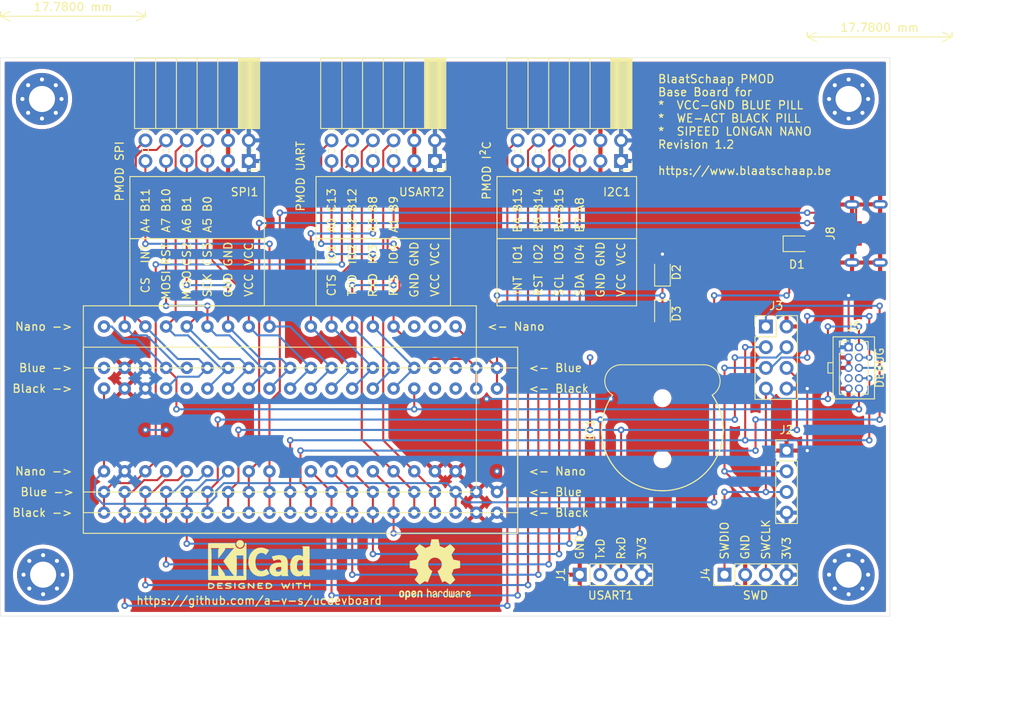
<source format=kicad_pcb>
(kicad_pcb (version 20211014) (generator pcbnew)
  (layers (0 "F.Cu" signal) (31 "B.Cu" signal) (34 "B.Paste" user "B.Plakken") (35 "F.Paste" user "F.Plakken") (36 "B.SilkS" user "B.Silkscreen") (37 "F.SilkS" user "F.Silkscreen") (38 "B.Mask" user) (39 "F.Mask" user "F. masker") (44 "Edge.Cuts" user))
  (net 0 "")
  (net 1 "B12")
  (net 2 "B13")
  (net 3 "B14")
  (net 4 "B15")
  (net 5 "A8")
  (net 6 "A9")
  (net 7 "A10")
  (net 8 "A11")
  (net 9 "A12")
  (net 10 "A15")
  (net 11 "B3")
  (net 12 "B4")
  (net 13 "B5")
  (net 14 "B6")
  (net 15 "B7")
  (net 16 "B8")
  (net 17 "B9")
  (net 18 "5V")
  (net 19 "GND")
  (net 20 "3V3")
  (net 21 "VB")
  (net 22 "C13")
  (net 23 "A0")
  (net 24 "A1")
  (net 25 "A2")
  (net 26 "A3")
  (net 27 "A4")
  (net 28 "A5")
  (net 29 "A6")
  (net 30 "A7")
  (net 31 "B0")
  (net 32 "B1")
  (net 33 "B10")
  (net 34 "B11")
  (net 35 "~{RST}")
  (net 36 "B2")
  (net 37 "JTMS")
  (net 38 "JTCK")
  (net 39 "VBUS")
  (net 40 "Net-(J8-Pad4)")
  (net 41 "Net-(U1-Pad1)")
  (net 42 "Net-(U1-Pad17)")
  (net 43 "Net-(U1-Pad18)")
  (net 44 "Net-(U2-Pad17)")
  (net 45 "Net-(U2-Pad18)")
  (net 46 "Net-(U3-Pad15)")
  (net 47 "Net-(U3-Pad16)")
  (net 48 "Net-(BT1-Pad1)")
  (net 49 "Net-(J5-Pad7)")
  (footprint "AvS_CoreBoards:BluePill_Combine" (layer "F.Cu") (at 91.44 63.5)
    (fp_text reference "U1" hide)
    (fp_text value "BluePill")
  )
  (footprint "AvS_CoreBoards:BlackPill_Combine" (layer "F.Cu") (at 91.44 66.04)
    (fp_text reference "U2" hide)
    (fp_text value "BlackPill")
  )
  (footprint "Connector_PinHeader_2.54mm:PinHeader_1x04_P2.54mm_Vertical" (layer "F.Cu") (at 149.86 66.04)
    (fp_text reference "J2")
    (fp_text value "Conn_01x04")
  )
  (footprint "Connector_PinHeader_2.54mm:PinHeader_2x04_P2.54mm_Vertical" (layer "F.Cu") (at 147.32 50.8)
    (fp_text reference "J3")
    (fp_text value "Conn_02x04_Odd_Even")
  )
  (footprint "Connector_PinSocket_2.54mm:PinSocket_2x06_P2.54mm_Horizontal" (layer "F.Cu") (at 83.82 30.48 -90)
    (fp_text reference "PMOD2" hide)
    (fp_text value "Conn_02x06_Odd_Even")
  )
  (footprint "Connector_PinSocket_2.54mm:PinSocket_2x06_P2.54mm_Horizontal" (layer "F.Cu") (at 106.68 30.48 -90)
    (fp_text reference "PMOD3" hide)
    (fp_text value "Conn_02x06_Odd_Even")
  )
  (footprint "Connector_PinSocket_2.54mm:PinSocket_2x06_P2.54mm_Horizontal" (layer "F.Cu") (at 129.54 30.48 -90)
    (fp_text reference "PMOD4" hide)
    (fp_text value "Conn_02x06_Odd_Even")
  )
  (footprint "AvS_Battery:QJ1220-2SMT" (layer "F.Cu") (at 134.62 63.5 90)
    (fp_text reference "BT1")
    (fp_text value "Battery_Cell")
  )
  (footprint "Diode_SMD:D_0805_2012Metric" (layer "F.Cu") (at 134.62 44.1475 90)
    (fp_text reference "D2")
    (fp_text value "D_Schottky")
  )
  (footprint "Diode_SMD:D_0805_2012Metric" (layer "F.Cu") (at 134.62 49.2275 -90)
    (fp_text reference "D3")
    (fp_text value "D_Schottky")
  )
  (footprint "Diode_SMD:D_0805_2012Metric" (layer "F.Cu") (at 151.13 40.64)
    (fp_text reference "D1")
    (fp_text value "D_Schottky")
  )
  (footprint "MountingHole:MountingHole_3.2mm_M3_Pad_Via" (layer "F.Cu") (at 58.42 22.86)
    (fp_text reference "H1" hide)
    (fp_text value "MountingHole")
  )
  (footprint "MountingHole:MountingHole_3.2mm_M3_Pad_Via" (layer "F.Cu") (at 157.48 22.86)
    (fp_text reference "H2" hide)
    (fp_text value "MountingHole")
  )
  (footprint "MountingHole:MountingHole_3.2mm_M3_Pad_Via" (layer "F.Cu") (at 58.56 81.28)
    (fp_text reference "H3" hide)
    (fp_text value "MountingHole")
  )
  (footprint "AvS_Connector:USB_Micro-B_XKB_U254-05XX-4BH806" (layer "F.Cu") (at 158.75 39.37 90)
    (fp_text reference "J8")
    (fp_text value "USB_B_Micro")
  )
  (footprint "Connector_PinHeader_1.27mm:PinHeader_2x05_P1.27mm_Vertical" (layer "F.Cu") (at 157.48 53.34)
    (fp_text reference "J5")
    (fp_text value "Conn_02x05_Odd_Even")
  )
  (footprint "AvS_CoreBoards:LonganNano_Combine" (layer "F.Cu") (at 91.44 58.42)
    (fp_text reference "U3" hide)
    (fp_text value "LonganNano")
  )
  (footprint "MountingHole:MountingHole_3.2mm_M3_Pad_Via" (layer "F.Cu") (at 157.48 81.28)
    (fp_text reference "H4" hide)
    (fp_text value "MountingHole")
  )
  (footprint "Symbol:KiCad-Logo2_5mm_SilkScreen" (layer "F.Cu") (at 85.09 80.01)
    (fp_text reference "REF**" hide)
    (fp_text value "KiCad-Logo2_5mm_SilkScreen" hide)
  )
  (footprint "Symbol:OSHW-Logo2_9.8x8mm_SilkScreen" (layer "F.Cu") (at 106.68 80.645)
    (fp_text reference "REF**" hide)
    (fp_text value "OSHW-Logo2_9.8x8mm_SilkScreen" hide)
  )
  (footprint "Connector_PinHeader_2.54mm:PinHeader_1x04_P2.54mm_Vertical" (layer "F.Cu") (at 124.46 81.28 90)
    (fp_text reference "J1")
    (fp_text value "Conn_01x04")
  )
  (footprint "Connector_PinHeader_2.54mm:PinHeader_1x04_P2.54mm_Vertical" (layer "F.Cu") (at 142.24 81.28 90)
    (fp_text reference "J4")
    (fp_text value "Conn_01x04")
  )
  (gr_line (start 155.575 59.69) (end 155.575 52.07) (layer "F.SilkS") (width 0.12))
  (gr_line (start 160.655 59.69) (end 155.575 59.69) (layer "F.SilkS") (width 0.12))
  (gr_rect (start 69.215 40.005) (end 85.725 48.26) (layer "F.SilkS") (width 0.12) (fill none))
  (gr_line (start 155.575 55.245) (end 154.94 55.245) (layer "F.SilkS") (width 0.12))
  (gr_rect (start 92.075 40.005) (end 108.585 48.26) (layer "F.SilkS") (width 0.12) (fill none))
  (gr_rect (start 92.075 32.385) (end 108.585 40.005) (layer "F.SilkS") (width 0.12) (fill none))
  (gr_line (start 154.94 55.245) (end 154.94 56.515) (layer "F.SilkS") (width 0.12))
  (gr_rect (start 69.215 32.385) (end 85.725 40.005) (layer "F.SilkS") (width 0.12) (fill none))
  (gr_line (start 155.575 52.07) (end 160.655 52.07) (layer "F.SilkS") (width 0.12))
  (gr_rect (start 114.3 40.005) (end 131.445 48.26) (layer "F.SilkS") (width 0.12) (fill none))
  (gr_line (start 160.655 52.07) (end 160.655 59.69) (layer "F.SilkS") (width 0.12))
  (gr_line (start 154.94 56.515) (end 155.575 56.515) (layer "F.SilkS") (width 0.12))
  (gr_rect (start 114.3 32.385) (end 131.445 40.005) (layer "F.SilkS") (width 0.12) (fill none))
  (gr_line (start 53.34 17.78) (end 162.56 17.78) (layer "Edge.Cuts") (width 0.05))
  (gr_line (start 162.56 17.78) (end 162.56 86.36) (layer "Edge.Cuts") (width 0.05))
  (gr_line (start 53.34 86.36) (end 53.34 17.78) (layer "Edge.Cuts") (width 0.05))
  (gr_line (start 162.56 86.36) (end 53.34 86.36) (layer "Edge.Cuts") (width 0.05))
  (gr_text "A7" (at 73.66 39.37 90) (layer "F.SilkS") (effects (font (size 1 1)) (justify left)))
  (gr_text "A6" (at 76.2 39.37 90) (layer "F.SilkS") (effects (font (size 1 1)) (justify left)))
  (gr_text "A5" (at 78.74 39.37 90) (layer "F.SilkS") (effects (font (size 1 1)) (justify left)))
  (gr_text "B1" (at 76.2 36.83 90) (layer "F.SilkS") (effects (font (size 1 1)) (justify left)))
  (gr_text "B0" (at 78.74 36.83 90) (layer "F.SilkS") (effects (font (size 1 1)) (justify left)))
  (gr_text "C13" (at 93.98 36.83 90) (layer "F.SilkS") (effects (font (size 1 1)) (justify left)))
  (gr_text "A0" (at 93.98 39.37 90) (layer "F.SilkS") (effects (font (size 1 1)) (justify left)))
  (gr_text "A2" (at 96.52 39.37 90) (layer "F.SilkS") (effects (font (size 1 1)) (justify left)))
  (gr_text "B12" (at 96.52 36.83 90) (layer "F.SilkS") (effects (font (size 1 1)) (justify left)))
  (gr_text "B8" (at 99.06 36.83 90) (layer "F.SilkS") (effects (font (size 1 1)) (justify left)))
  (gr_text "A3" (at 99.06 39.37 90) (layer "F.SilkS") (effects (font (size 1 1)) (justify left)))
  (gr_text "A1" (at 101.6 39.37 90) (layer "F.SilkS") (effects (font (size 1 1)) (justify left)))
  (gr_text "B9" (at 101.6 36.83 90) (layer "F.SilkS") (effects (font (size 1 1)) (justify left)))
  (gr_text "B7" (at 124.46 39.37 90) (layer "F.SilkS") (effects (font (size 1 1)) (justify left)))
  (gr_text "B6" (at 121.92 39.37 90) (layer "F.SilkS") (effects (font (size 1 1)) (justify left)))
  (gr_text "B14" (at 119.38 36.83 90) (layer "F.SilkS") (effects (font (size 1 1)) (justify left)))
  (gr_text "A8" (at 124.46 36.83 90) (layer "F.SilkS") (effects (font (size 1 1)) (justify left)))
  (gr_text "B5" (at 119.38 39.37 90) (layer "F.SilkS") (effects (font (size 1 1)) (justify left)))
  (gr_text "B15" (at 121.92 36.83 90) (layer "F.SilkS") (effects (font (size 1 1)) (justify left)))
  (gr_text "B4" (at 116.84 39.37 90) (layer "F.SilkS") (effects (font (size 1 1)) (justify left)))
  (gr_text "B13" (at 116.84 36.83 90) (layer "F.SilkS") (effects (font (size 1 1)) (justify left)))
  (gr_text "PMOD UART" (at 90.17 27.94 90) (layer "F.SilkS") (effects (font (size 1 1)) (justify right)))
  (gr_text "PMOD I²C" (at 113.03 27.94 90) (layer "F.SilkS") (effects (font (size 1 1)) (justify right)))
  (gr_text "INT" (at 71.12 41.91 90) (layer "F.SilkS") (effects (font (size 1 1))))
  (gr_text "IO3" (at 121.92 41.91 90) (layer "F.SilkS") (effects (font (size 1 1))))
  (gr_text "3V3" (at 132.08 79.502 90) (layer "F.SilkS") (effects (font (size 1 1)) (justify left)))
  (gr_text "USART2" (at 107.95 34.29) (layer "F.SilkS") (effects (font (size 1 1)) (justify right)))
  (gr_text "CS" (at 71.12 45.72 90) (layer "F.SilkS") (effects (font (size 1 1))))
  (gr_text "VCC" (at 106.68 45.72 90) (layer "F.SilkS") (effects (font (size 1 1))))
  (gr_text "RST" (at 73.66 41.91 90) (layer "F.SilkS") (effects (font (size 1 1))))
  (gr_text "IO1" (at 116.84 41.91 90) (layer "F.SilkS") (effects (font (size 1 1))))
  (gr_text "<- Blue" (at 118.11 71.12) (layer "F.SilkS") (effects (font (size 1 1)) (justify left)))
  (gr_text "GND" (at 127 41.91 90) (layer "F.SilkS") (effects (font (size 1 1))))
  (gr_text "Nano ->" (at 62.23 50.8) (layer "F.SilkS") (effects (font (size 1 1)) (justify right)))
  (gr_text "CS3" (at 78.74 41.91 90) (layer "F.SilkS") (effects (font (size 1 1))))
  (gr_text "IO2" (at 96.52 41.91 90) (layer "F.SilkS") (effects (font (size 1 1))))
  (gr_text "IO2" (at 119.38 41.91 90) (layer "F.SilkS") (effects (font (size 1 1))))
  (gr_text "INT" (at 116.84 45.72 90) (layer "F.SilkS") (effects (font (size 1 1))))
  (gr_text "<- Nano" (at 118.11 68.58) (layer "F.SilkS") (effects (font (size 1 1)) (justify left)))
  (gr_text "TXD" (at 96.52 45.72 90) (layer "F.SilkS") (effects (font (size 1 1))))
  (gr_text "DEBUG" (at 161.29 55.88 90) (layer "F.SilkS") (effects (font (size 1 1))))
  (gr_text "<- Black" (at 118.11 58.42) (layer "F.SilkS") (effects (font (size 1 1)) (justify left)))
  (gr_text "IO3" (at 99.06 41.91 90) (layer "F.SilkS") (effects (font (size 1 1))))
  (gr_text "<- Blue " (at 118.11 55.88) (layer "F.SilkS") (effects (font (size 1 1)) (justify left)))
  (gr_text "GND" (at 81.28 45.72 90) (layer "F.SilkS") (effects (font (size 1 1))))
  (gr_text "BlaatSchaap PMOD\nBase Board for\n*  VCC-GND BLUE PILL\n*  WE-ACT BLACK PILL\n*  SIPEED LONGAN NANO\nRevision 1.2\n\nhttps://www.blaatschaap.be" (at 133.985 26.035) (layer "F.SilkS") (effects (font (size 1 1)) (justify left)))
  (gr_text "SPI1" (at 85.09 34.29) (layer "F.SilkS") (effects (font (size 1 1)) (justify right)))
  (gr_text "IO4" (at 101.6 41.91 90) (layer "F.SilkS") (effects (font (size 1 1))))
  (gr_text "Black ->" (at 62.23 73.66) (layer "F.SilkS") (effects (font (size 1 1)) (justify right)))
  (gr_text "GND" (at 104.14 41.91 90) (layer "F.SilkS") (effects (font (size 1 1))))
  (gr_text "SCL" (at 121.92 45.72 90) (layer "F.SilkS") (effects (font (size 1 1))))
  (gr_text "VCC" (at 83.82 41.91 90) (layer "F.SilkS") (effects (font (size 1 1))))
  (gr_text "VCC" (at 129.54 45.72 90) (layer "F.SilkS") (effects (font (size 1 1))))
  (gr_text "<- Black" (at 118.11 73.66) (layer "F.SilkS") (effects (font (size 1 1)) (justify left)))
  (gr_text "SWDIO" (at 142.24 79.502 90) (layer "F.SilkS") (effects (font (size 1 1)) (justify left)))
  (gr_text "RXD" (at 99.06 45.72 90) (layer "F.SilkS") (effects (font (size 1 1))))
  (gr_text "I2C1" (at 130.81 34.29) (layer "F.SilkS") (effects (font (size 1 1)) (justify right)))
  (gr_text "https://github.com/a-v-s/ucdevboard" (at 85.09 84.455) (layer "F.SilkS") (effects (font (size 1 1))))
  (gr_text "3V3" (at 149.86 79.502 90) (layer "F.SilkS") (effects (font (size 1 1)) (justify left)))
  (gr_text "GND" (at 144.78 79.502 90) (layer "F.SilkS") (effects (font (size 1 1)) (justify left)))
  (gr_text "Black ->" (at 62.23 58.42) (layer "F.SilkS") (effects (font (size 1 1)) (justify right)))
  (gr_text "GND" (at 81.28 41.91 90) (layer "F.SilkS") (effects (font (size 1 1))))
  (gr_text "IO1" (at 93.98 41.91 90) (layer "F.SilkS") (effects (font (size 1 1))))
  (gr_text "B11" (at 71.12 36.83 90) (layer "F.SilkS") (effects (font (size 1 1)) (justify left)))
  (gr_text "GND" (at 104.14 45.72 90) (layer "F.SilkS") (effects (font (size 1 1))))
  (gr_text "MISO" (at 76.2 45.72 90) (layer "F.SilkS") (effects (font (size 1 1))))
  (gr_text "Blue ->" (at 59.055 71.12) (layer "F.SilkS") (effects (font (size 1 1))))
  (gr_text "Blue ->" (at 62.23 55.88) (layer "F.SilkS") (effects (font (size 1 1)) (justify right)))
  (gr_text "RxD" (at 129.54 79.502 90) (layer "F.SilkS") (effects (font (size 1 1)) (justify left)))
  (gr_text "<- Nano" (at 113.03 50.8) (layer "F.SilkS") (effects (font (size 1 1)) (justify left)))
  (gr_text "SWD" (at 146.05 83.82) (layer "F.SilkS") (effects (font (size 1 1))))
  (gr_text "VCC" (at 129.54 41.91 90) (layer "F.SilkS") (effects (font (size 1 1))))
  (gr_text "USART1" (at 128.27 83.82) (layer "F.SilkS") (effects (font (size 1 1))))
  (gr_text "A4" (at 71.12 39.37 90) (layer "F.SilkS") (effects (font (size 1 1)) (justify left)))
  (gr_text "RST" (at 119.38 45.72 90) (layer "F.SilkS") (effects (font (size 1 1))))
  (gr_text "SCK" (at 78.74 45.72 90) (layer "F.SilkS") (effects (font (size 1 1))))
  (gr_text "CS2" (at 76.2 41.91 90) (layer "F.SilkS") (effects (font (size 1 1))))
  (gr_text "VCC" (at 106.68 41.91 90) (layer "F.SilkS") (effects (font (size 1 1))))
  (gr_text "GND" (at 127 45.72 90) (layer "F.SilkS") (effects (font (size 1 1))))
  (gr_text "VCC" (at 83.82 45.72 90) (layer "F.SilkS") (effects (font (size 1 1))))
  (gr_text "B10" (at 73.66 36.83 90) (layer "F.SilkS") (effects (font (size 1 1)) (justify left)))
  (gr_text "PMOD SPI" (at 67.945 27.94 90) (layer "F.SilkS") (effects (font (size 1 1)) (justify right)))
  (gr_text "Nano ->" (at 62.23 68.58) (layer "F.SilkS") (effects (font (size 1 1)) (justify right)))
  (gr_text "IO4" (at 124.46 41.91 90) (layer "F.SilkS") (effects (font (size 1 1))))
  (gr_text "TxD" (at 127 79.502 90) (layer "F.SilkS") (effects (font (size 1 1)) (justify left)))
  (gr_text "MOSI" (at 73.66 45.72 90) (layer "F.SilkS") (effects (font (size 1 1))))
  (gr_text "GND" (at 124.46 79.502 90) (layer "F.SilkS") (effects (font (size 1 1)) (justify left)))
  (gr_text "SWCLK\n" (at 147.32 79.502 90) (layer "F.SilkS") (effects (font (size 1 1)) (justify left)))
  (gr_text "CTS" (at 93.98 45.72 90) (layer "F.SilkS") (effects (font (size 1 1))))
  (gr_text "RTS" (at 101.6 45.72 90) (layer "F.SilkS") (effects (font (size 1 1))))
  (gr_text "SDA" (at 124.46 45.72 90) (layer "F.SilkS") (effects (font (size 1 1))))
  (dimension (type aligned) (layer "F.SilkS") (pts (xy 152.4 15.24) (xy 170.18 15.24)) (height 0) (gr_text "17.7800 mm" (at 161.29 14.09) (layer "F.SilkS") (effects (font (size 1 1) (thickness 0.15)))) (format (units 2) (units_format 1) (precision 4)) (style (thickness 0.12) (arrow_length 1.27) (text_position_mode 0) (extension_height 0.58642) (extension_offset 0) keep_text_aligned))
  (dimension (type aligned) (layer "F.SilkS") (pts (xy 53.34 12.7) (xy 71.12 12.7)) (height 0) (gr_text "17.7800 mm" (at 62.23 11.55) (layer "F.SilkS") (effects (font (size 1 1) (thickness 0.15)))) (format (units 2) (units_format 1) (precision 4)) (style (thickness 0.12) (arrow_length 1.27) (text_position_mode 0) (extension_height 0.58642) (extension_offset 0) keep_text_aligned))
  (segment (start 66.04 71.12) (end 67.127001 70.032999) (width 0.25) (layer "F.Cu") (net 1))
  (segment (start 66.04 73.66) (end 66.04 71.12) (width 0.25) (layer "F.Cu") (net 1))
  (segment (start 72.39 43.18) (end 72.39 67.31) (width 0.25) (layer "F.Cu") (net 1))
  (segment (start 96.52 27.94) (end 95.25 29.21) (width 0.25) (layer "F.Cu") (net 1))
  (segment (start 72.39 67.31) (end 71.12 68.58) (width 0.25) (layer "F.Cu") (net 1))
  (segment (start 95.25 29.21) (end 95.25 43.18) (width 0.25) (layer "F.Cu") (net 1))
  (segment (start 67.127001 70.032999) (end 69.667001 70.032999) (width 0.25) (layer "F.Cu") (net 1))
  (segment (start 69.667001 70.032999) (end 71.12 68.58) (width 0.25) (layer "F.Cu") (net 1))
  (via (at 72.39 43.18) (size 0.8) (drill 0.4) (layers "F.Cu" "B.Cu") (net 1))
  (via (at 95.25 43.18) (size 0.8) (drill 0.4) (layers "F.Cu" "B.Cu") (net 1))
  (segment (start 95.25 43.18) (end 72.39 43.18) (width 0.25) (layer "B.Cu") (net 1))
  (segment (start 68.58 73.66) (end 68.58 85.09) (width 0.25) (layer "F.Cu") (net 2))
  (segment (start 70.964237 69.667001) (end 72.572999 69.667001) (width 0.25) (layer "F.Cu") (net 2))
  (segment (start 69.511238 71.12) (end 70.964237 69.667001) (width 0.25) (layer "F.Cu") (net 2))
  (segment (start 68.58 73.66) (end 68.58 71.12) (width 0.25) (layer "F.Cu") (net 2))
  (segment (start 116.84 27.94) (end 115.57 29.21) (width 0.25) (layer "F.Cu") (net 2))
  (segment (start 68.58 71.12) (end 69.511238 71.12) (width 0.25) (layer "F.Cu") (net 2))
  (segment (start 115.57 29.21) (end 115.57 85.09) (width 0.25) (layer "F.Cu") (net 2))
  (segment (start 72.572999 69.667001) (end 73.66 68.58) (width 0.25) (layer "F.Cu") (net 2))
  (via (at 115.57 85.09) (size 0.8) (drill 0.4) (layers "F.Cu" "B.Cu") (net 2))
  (via (at 68.58 85.09) (size 0.8) (drill 0.4) (layers "F.Cu" "B.Cu") (net 2))
  (segment (start 68.58 85.09) (end 72.39 85.09) (width 0.25) (layer "B.Cu") (net 2))
  (segment (start 115.57 85.09) (end 72.39 85.09) (width 0.25) (layer "B.Cu") (net 2))
  (segment (start 71.12 73.66) (end 71.12 82.55) (width 0.25) (layer "F.Cu") (net 3))
  (segment (start 119.38 27.94) (end 118.11 29.21) (width 0.25) (layer "F.Cu") (net 3))
  (segment (start 72.051238 71.12) (end 73.504237 69.667001) (width 0.25) (layer "F.Cu") (net 3))
  (segment (start 73.504237 69.667001) (end 75.112999 69.667001) (width 0.25) (layer "F.Cu") (net 3))
  (segment (start 71.12 73.66) (end 71.12 71.12) (width 0.25) (layer "F.Cu") (net 3))
  (segment (start 71.12 71.12) (end 72.051238 71.12) (width 0.25) (layer "F.Cu") (net 3))
  (segment (start 75.112999 69.667001) (end 76.2 68.58) (width 0.25) (layer "F.Cu") (net 3))
  (segment (start 118.11 29.21) (end 118.11 82.55) (width 0.25) (layer "F.Cu") (net 3))
  (via (at 71.12 82.55) (size 0.8) (drill 0.4) (layers "F.Cu" "B.Cu") (net 3))
  (via (at 118.11 82.55) (size 0.8) (drill 0.4) (layers "F.Cu" "B.Cu") (net 3))
  (segment (start 118.11 82.55) (end 71.12 82.55) (width 0.25) (layer "B.Cu") (net 3))
  (segment (start 120.744999 29.115001) (end 120.744999 79.915001) (width 0.25) (layer "F.Cu") (net 4))
  (segment (start 73.66 73.66) (end 73.66 71.12) (width 0.25) (layer "F.Cu") (net 4))
  (segment (start 120.744999 79.915001) (end 120.65 80.01) (width 0.25) (layer "F.Cu") (net 4))
  (segment (start 121.92 27.94) (end 120.744999 29.115001) (width 0.25) (layer "F.Cu") (net 4))
  (segment (start 120.66501 29.19499) (end 121.92 27.94) (width 0.25) (layer "F.Cu") (net 4))
  (segment (start 73.66 80.01) (end 73.66 73.66) (width 0.25) (layer "F.Cu") (net 4))
  (via (at 73.66 80.01) (size 0.8) (drill 0.4) (layers "F.Cu" "B.Cu") (net 4))
  (via (at 120.65 80.01) (size 0.8) (drill 0.4) (layers "F.Cu" "B.Cu") (net 4))
  (segment (start 74.591238 71.12) (end 76.044237 69.667001) (width 0.25) (layer "B.Cu") (net 4))
  (segment (start 77.652999 69.667001) (end 78.74 68.58) (width 0.25) (layer "B.Cu") (net 4))
  (segment (start 74.591238 71.12) (end 73.66 71.12) (width 0.25) (layer "B.Cu") (net 4))
  (segment (start 76.044237 69.667001) (end 77.652999 69.667001) (width 0.25) (layer "B.Cu") (net 4))
  (segment (start 120.65 80.01) (end 73.66 80.01) (width 0.25) (layer "B.Cu") (net 4))
  (segment (start 76.2 73.66) (end 76.2 71.12) (width 0.25) (layer "F.Cu") (net 5))
  (segment (start 123.19 29.21) (end 123.19 77.47) (width 0.25) (layer "F.Cu") (net 5))
  (segment (start 124.46 27.94) (end 123.19 29.21) (width 0.25) (layer "F.Cu") (net 5))
  (segment (start 76.2 77.47) (end 76.2 73.66) (width 0.25) (layer "F.Cu") (net 5))
  (via (at 76.2 77.47) (size 0.8) (drill 0.4) (layers "F.Cu" "B.Cu") (net 5))
  (via (at 123.19 77.47) (size 0.8) (drill 0.4) (layers "F.Cu" "B.Cu") (net 5))
  (segment (start 78.584237 69.667001) (end 80.192999 69.667001) (width 0.25) (layer "B.Cu") (net 5))
  (segment (start 80.192999 69.667001) (end 81.28 68.58) (width 0.25) (layer "B.Cu") (net 5))
  (segment (start 77.131238 71.12) (end 78.584237 69.667001) (width 0.25) (layer "B.Cu") (net 5))
  (segment (start 123.19 77.47) (end 76.2 77.47) (width 0.25) (layer "B.Cu") (net 5))
  (segment (start 77.131238 71.12) (end 76.2 71.12) (width 0.25) (layer "B.Cu") (net 5))
  (segment (start 127 81.28) (end 127 62.23) (width 0.25) (layer "F.Cu") (net 6))
  (segment (start 80.01 69.85) (end 80.01 62.23) (width 0.25) (layer "F.Cu") (net 6))
  (segment (start 78.74 73.66) (end 78.74 71.12) (width 0.25) (layer "F.Cu") (net 6))
  (segment (start 143.51 57.15) (end 143.51 62.23) (width 0.25) (layer "F.Cu") (net 6))
  (segment (start 78.74 71.12) (end 80.01 69.85) (width 0.25) (layer "F.Cu") (net 6))
  (segment (start 143.51 54.61) (end 143.51 57.15) (width 0.25) (layer "F.Cu") (net 6))
  (via (at 127 62.23) (size 0.8) (drill 0.4) (layers "F.Cu" "B.Cu") (net 6))
  (via (at 80.01 62.23) (size 0.8) (drill 0.4) (layers "F.Cu" "B.Cu") (net 6))
  (via (at 143.51 54.61) (size 0.8) (drill 0.4) (layers "F.Cu" "B.Cu") (net 6))
  (via (at 143.51 62.23) (size 0.8) (drill 0.4) (layers "F.Cu" "B.Cu") (net 6))
  (segment (start 148.59 54.61) (end 143.51 54.61) (width 0.25) (layer "B.Cu") (net 6))
  (segment (start 125.533002 62.23) (end 82.55 62.23) (width 0.25) (layer "B.Cu") (net 6))
  (segment (start 149.86 53.34) (end 148.59 54.61) (width 0.25) (layer "B.Cu") (net 6))
  (segment (start 80.01 62.23) (end 82.55 62.23) (width 0.25) (layer "B.Cu") (net 6))
  (segment (start 127 62.23) (end 143.51 62.23) (width 0.25) (layer "B.Cu") (net 6))
  (segment (start 125.533002 62.23) (end 127 62.23) (width 0.25) (layer "B.Cu") (net 6))
  (segment (start 82.55 69.85) (end 82.55 63.5) (width 0.25) (layer "F.Cu") (net 7))
  (segment (start 81.28 71.12) (end 82.55 69.85) (width 0.25) (layer "F.Cu") (net 7))
  (segment (start 151.13 57.15) (end 151.13 63.5) (width 0.25) (layer "F.Cu") (net 7))
  (segment (start 125.73 54.61) (end 125.73 63.5) (width 0.25) (layer "F.Cu") (net 7))
  (segment (start 149.86 55.88) (end 151.13 57.15) (width 0.25) (layer "F.Cu") (net 7))
  (segment (start 129.54 81.28) (end 129.54 63.5) (width 0.25) (layer "F.Cu") (net 7))
  (segment (start 81.28 73.66) (end 81.28 71.12) (width 0.25) (layer "F.Cu") (net 7))
  (via (at 125.73 54.61) (size 0.8) (drill 0.4) (layers "F.Cu" "B.Cu") (net 7))
  (via (at 125.73 63.5) (size 0.8) (drill 0.4) (layers "F.Cu" "B.Cu") (net 7))
  (via (at 151.13 63.5) (size 0.8) (drill 0.4) (layers "F.Cu" "B.Cu") (net 7))
  (via (at 129.54 63.5) (size 0.8) (drill 0.4) (layers "F.Cu" "B.Cu") (net 7))
  (via (at 82.55 63.5) (size 0.8) (drill 0.4) (layers "F.Cu" "B.Cu") (net 7))
  (segment (start 125.73 63.5) (end 82.55 63.5) (width 0.25) (layer "B.Cu") (net 7))
  (segment (start 125.73 63.5) (end 125.73 63.5) (width 0.25) (layer "B.Cu") (net 7))
  (segment (start 129.54 63.5) (end 151.13 63.5) (width 0.25) (layer "B.Cu") (net 7))
  (segment (start 129.54 63.5) (end 125.73 63.5) (width 0.25) (layer "B.Cu") (net 7))
  (segment (start 85.09 67.31) (end 85.09 38.1) (width 0.25) (layer "F.Cu") (net 8))
  (segment (start 153.67 38.1) (end 155.59 40.02) (width 0.25) (layer "F.Cu") (net 8))
  (segment (start 152.4 38.1) (end 153.67 38.1) (width 0.25) (layer "F.Cu") (net 8))
  (segment (start 158.4 40.02) (end 155.59 40.02) (width 0.25) (layer "F.Cu") (net 8))
  (segment (start 83.82 73.66) (end 83.82 71.12) (width 0.25) (layer "F.Cu") (net 8))
  (segment (start 83.82 71.12) (end 83.82 68.58) (width 0.25) (layer "F.Cu") (net 8))
  (segment (start 83.82 68.58) (end 85.09 67.31) (width 0.25) (layer "F.Cu") (net 8))
  (via (at 152.4 38.1) (size 0.8) (drill 0.4) (layers "F.Cu" "B.Cu") (net 8))
  (via (at 85.09 38.1) (size 0.8) (drill 0.4) (layers "F.Cu" "B.Cu") (net 8))
  (segment (start 85.09 38.1) (end 152.4 38.1) (width 0.25) (layer "B.Cu") (net 8))
  (segment (start 86.36 73.66) (end 86.36 71.12) (width 0.25) (layer "F.Cu") (net 9))
  (segment (start 86.36 60.028762) (end 86.36 68.58) (width 0.25) (layer "F.Cu") (net 9))
  (segment (start 152.4 36.83) (end 153.67 36.83) (width 0.25) (layer "F.Cu") (net 9))
  (segment (start 158.4 39.37) (end 156.21 39.37) (width 0.25) (layer "F.Cu") (net 9))
  (segment (start 87.63 38.1) (end 87.63 58.758762) (width 0.25) (layer "F.Cu") (net 9))
  (segment (start 153.67 36.83) (end 156.21 39.37) (width 0.25) (layer "F.Cu") (net 9))
  (segment (start 87.63 38.1) (end 87.63 36.83) (width 0.25) (layer "F.Cu") (net 9))
  (segment (start 87.63 58.758762) (end 86.36 60.028762) (width 0.25) (layer "F.Cu") (net 9))
  (segment (start 86.36 71.12) (end 86.36 68.58) (width 0.25) (layer "F.Cu") (net 9))
  (via (at 87.63 36.83) (size 0.8) (drill 0.4) (layers "F.Cu" "B.Cu") (net 9))
  (via (at 152.4 36.83) (size 0.8) (drill 0.4) (layers "F.Cu" "B.Cu") (net 9))
  (segment (start 87.63 36.83) (end 152.4 36.83) (width 0.25) (layer "B.Cu") (net 9))
  (segment (start 160.02 57.15) (end 160.02 64.77) (width 0.25) (layer "F.Cu") (net 10))
  (segment (start 144.78 64.77) (end 144.78 53.34) (width 0.25) (layer "F.Cu") (net 10))
  (segment (start 88.9 73.66) (end 88.9 71.12) (width 0.25) (layer "F.Cu") (net 10))
  (segment (start 88.9 71.12) (end 88.9 64.77) (width 0.25) (layer "F.Cu") (net 10))
  (via (at 160.02 57.15) (size 0.8) (drill 0.4) (layers "F.Cu" "B.Cu") (net 10))
  (via (at 160.02 64.77) (size 0.8) (drill 0.4) (layers "F.Cu" "B.Cu") (net 10))
  (via (at 144.78 64.77) (size 0.8) (drill 0.4) (layers "F.Cu" "B.Cu") (net 10))
  (via (at 144.78 53.34) (size 0.8) (drill 0.4) (layers "F.Cu" "B.Cu") (net 10))
  (via (at 88.9 64.77) (size 0.8) (drill 0.4) (layers "F.Cu" "B.Cu") (net 10))
  (segment (start 158.75 57.15) (end 160.02 57.15) (width 0.25) (layer "B.Cu") (net 10))
  (segment (start 88.9 64.77) (end 144.78 64.77) (width 0.25) (layer "B.Cu") (net 10))
  (segment (start 144.78 53.34) (end 147.32 53.34) (width 0.25) (layer "B.Cu") (net 10))
  (segment (start 160.02 64.77) (end 144.78 64.77) (width 0.25) (layer "B.Cu") (net 10))
  (segment (start 161.29 48.26) (end 161.29 55.88) (width 0.25) (layer "F.Cu") (net 11))
  (segment (start 161.29 62.23) (end 161.29 55.88) (width 0.25) (layer "F.Cu") (net 11))
  (segment (start 90.17 69.85) (end 90.17 66.04) (width 0.25) (layer "F.Cu") (net 11))
  (segment (start 91.44 71.12) (end 90.17 69.85) (width 0.25) (layer "F.Cu") (net 11))
  (segment (start 146.05 66.04) (end 146.05 62.23) (width 0.25) (layer "F.Cu") (net 11))
  (segment (start 91.44 73.66) (end 91.44 71.12) (width 0.25) (layer "F.Cu") (net 11))
  (via (at 90.17 66.04) (size 0.8) (drill 0.4) (layers "F.Cu" "B.Cu") (net 11))
  (via (at 161.29 48.26) (size 0.8) (drill 0.4) (layers "F.Cu" "B.Cu") (net 11))
  (via (at 161.29 55.88) (size 0.8) (drill 0.4) (layers "F.Cu" "B.Cu") (net 11))
  (via (at 146.05 66.04) (size 0.8) (drill 0.4) (layers "F.Cu" "B.Cu") (net 11))
  (via (at 161.29 62.23) (size 0.8) (drill 0.4) (layers "F.Cu" "B.Cu") (net 11))
  (via (at 146.05 62.23) (size 0.8) (drill 0.4) (layers "F.Cu" "B.Cu") (net 11))
  (segment (start 147.32 49.53) (end 148.59 48.26) (width 0.25) (layer "B.Cu") (net 11))
  (segment (start 90.17 66.04) (end 91.44 66.04) (width 0.25) (layer "B.Cu") (net 11))
  (segment (start 146.05 62.23) (end 161.29 62.23) (width 0.25) (layer "B.Cu") (net 11))
  (segment (start 161.29 55.88) (end 158.75 55.88) (width 0.25) (layer "B.Cu") (net 11))
  (segment (start 148.59 48.26) (end 161.29 48.26) (width 0.25) (layer "B.Cu") (net 11))
  (segment (start 147.32 50.8) (end 147.32 49.53) (width 0.25) (layer "B.Cu") (net 11))
  (segment (start 91.44 66.04) (end 146.05 66.04) (width 0.25) (layer "B.Cu") (net 11))
  (segment (start 93.98 73.66) (end 93.98 71.12) (width 0.25) (layer "F.Cu") (net 12))
  (segment (start 93.98 83.82) (end 93.98 73.66) (width 0.25) (layer "F.Cu") (net 12))
  (segment (start 116.84 30.48) (end 116.84 83.82) (width 0.25) (layer "F.Cu") (net 12))
  (segment (start 93.98 71.12) (end 91.44 68.58) (width 0.25) (layer "F.Cu") (net 12))
  (via (at 93.98 83.82) (size 0.8) (drill 0.4) (layers "F.Cu" "B.Cu") (net 12))
  (via (at 116.84 83.82) (size 0.8) (drill 0.4) (layers "F.Cu" "B.Cu") (net 12))
  (segment (start 116.84 83.82) (end 93.98 83.82) (width 0.25) (layer "B.Cu") (net 12))
  (segment (start 96.52 71.12) (end 93.98 68.58) (width 0.25) (layer "F.Cu") (net 13))
  (segment (start 119.38 30.48) (end 119.38 81.28) (width 0.25) (layer "F.Cu") (net 13))
  (segment (start 96.52 81.28) (end 96.52 73.66) (width 0.25) (layer "F.Cu") (net 13))
  (segment (start 96.52 73.66) (end 96.52 71.12) (width 0.25) (layer "F.Cu") (net 13))
  (via (at 96.52 81.28) (size 0.8) (drill 0.4) (layers "F.Cu" "B.Cu") (net 13))
  (via (at 119.38 81.28) (size 0.8) (drill 0.4) (layers "F.Cu" "B.Cu") (net 13))
  (segment (start 119.38 81.28) (end 96.52 81.28) (width 0.25) (layer "B.Cu") (net 13))
  (segment (start 99.06 71.12) (end 96.52 68.58) (width 0.25) (layer "F.Cu") (net 14))
  (segment (start 99.06 73.66) (end 99.06 78.74) (width 0.25) (layer "F.Cu") (net 14))
  (segment (start 99.06 73.66) (end 99.06 71.12) (width 0.25) (layer "F.Cu") (net 14))
  (segment (start 121.92 30.48) (end 121.92 78.74) (width 0.25) (layer "F.Cu") (net 14))
  (via (at 99.06 78.74) (size 0.8) (drill 0.4) (layers "F.Cu" "B.Cu") (net 14))
  (via (at 121.92 78.74) (size 0.8) (drill 0.4) (layers "F.Cu" "B.Cu") (net 14))
  (segment (start 121.92 78.74) (end 99.06 78.74) (width 0.25) (layer "B.Cu") (net 14))
  (segment (start 101.6 71.12) (end 101.6 73.66) (width 0.25) (layer "F.Cu") (net 15))
  (segment (start 124.46 30.48) (end 124.46 76.2) (width 0.25) (layer "F.Cu") (net 15))
  (segment (start 101.6 73.66) (end 101.6 76.2) (width 0.25) (layer "F.Cu") (net 15))
  (segment (start 99.06 68.58) (end 101.6 71.12) (width 0.25) (layer "F.Cu") (net 15))
  (via (at 124.46 76.2) (size 0.8) (drill 0.4) (layers "F.Cu" "B.Cu") (net 15))
  (via (at 101.6 76.2) (size 0.8) (drill 0.4) (layers "F.Cu" "B.Cu") (net 15))
  (segment (start 124.46 76.2) (end 101.6 76.2) (width 0.25) (layer "B.Cu") (net 15))
  (segment (start 97.695001 62.324999) (end 97.695001 63.405001) (width 0.25) (layer "F.Cu") (net 16))
  (segment (start 101.6 68.58) (end 104.14 71.12) (width 0.25) (layer "F.Cu") (net 16))
  (segment (start 97.695001 64.675001) (end 101.6 68.58) (width 0.25) (layer "F.Cu") (net 16))
  (segment (start 97.695001 29.304999) (end 97.695001 62.324999) (width 0.25) (layer "F.Cu") (net 16))
  (segment (start 97.695001 62.324999) (end 97.695001 64.675001) (width 0.25) (layer "F.Cu") (net 16))
  (segment (start 104.14 71.12) (end 104.14 73.66) (width 0.25) (layer "F.Cu") (net 16))
  (segment (start 99.06 27.94) (end 97.695001 29.304999) (width 0.25) (layer "F.Cu") (net 16))
  (segment (start 106.68 71.12) (end 106.68 73.66) (width 0.25) (layer "F.Cu") (net 17))
  (segment (start 104.14 68.58) (end 100.33 64.77) (width 0.25) (layer "F.Cu") (net 17))
  (segment (start 104.14 68.58) (end 106.68 71.12) (width 0.25) (layer "F.Cu") (net 17))
  (segment (start 100.33 29.21) (end 100.33 49.53) (width 0.25) (layer "F.Cu") (net 17))
  (segment (start 101.6 27.94) (end 100.33 29.21) (width 0.25) (layer "F.Cu") (net 17))
  (segment (start 100.33 49.53) (end 100.33 64.77) (width 0.25) (layer "F.Cu") (net 17))
  (segment (start 150.1925 46.6575) (end 149.86 46.99) (width 0.25) (layer "F.Cu") (net 18))
  (segment (start 150.1925 40.64) (end 150.1925 46.6575) (width 0.25) (layer "F.Cu") (net 18))
  (segment (start 66.04 58.42) (end 66.04 68.58) (width 0.25) (layer "F.Cu") (net 18))
  (segment (start 109.22 71.12) (end 109.22 73.66) (width 0.25) (layer "F.Cu") (net 18))
  (segment (start 140.97 46.99) (end 140.97 72.39) (width 0.25) (layer "F.Cu") (net 18))
  (via (at 149.86 46.99) (size 0.8) (drill 0.4) (layers "F.Cu" "B.Cu") (net 18))
  (via (at 140.97 46.99) (size 0.8) (drill 0.4) (layers "F.Cu" "B.Cu") (net 18))
  (via (at 140.97 72.39) (size 0.8) (drill 0.4) (layers "F.Cu" "B.Cu") (net 18))
  (segment (start 79.827001 70.964237) (end 80.758239 70.032999) (width 0.25) (layer "B.Cu") (net 18))
  (segment (start 80.758239 70.032999) (end 108.132999 70.032999) (width 0.25) (layer "B.Cu") (net 18))
  (segment (start 64.952999 71.641761) (end 65.884237 72.572999) (width 0.25) (layer "B.Cu") (net 18))
  (segment (start 65.884237 72.572999) (end 78.895763 72.572999) (width 0.25) (layer "B.Cu") (net 18))
  (segment (start 108.132999 70.032999) (end 109.22 71.12) (width 0.25) (layer "B.Cu") (net 18))
  (segment (start 140.97 72.39) (end 110.49 72.39) (width 0.25) (layer "B.Cu") (net 18))
  (segment (start 149.86 46.99) (end 140.97 46.99) (width 0.25) (layer "B.Cu") (net 18))
  (segment (start 79.827001 71.641761) (end 79.827001 70.964237) (width 0.25) (layer "B.Cu") (net 18))
  (segment (start 66.04 68.58) (end 64.952999 69.667001) (width 0.25) (layer "B.Cu") (net 18))
  (segment (start 78.895763 72.572999) (end 79.827001 71.641761) (width 0.25) (layer "B.Cu") (net 18))
  (segment (start 64.952999 69.667001) (end 64.952999 71.641761) (width 0.25) (layer "B.Cu") (net 18))
  (segment (start 110.49 72.39) (end 109.22 71.12) (width 0.25) (layer "B.Cu") (net 18))
  (segment (start 158.4 38.07) (end 158.4 36.32) (width 0.25) (layer "F.Cu") (net 19))
  (segment (start 158.4 36.32) (end 157.9 35.82) (width 0.25) (layer "F.Cu") (net 19))
  (via (at 114.3 68.58) (size 0.8) (drill 0.4) (layers "F.Cu" "B.Cu") (net 19))
  (via (at 73.66 63.5) (size 0.8) (drill 0.4) (layers "F.Cu" "B.Cu") (net 19))
  (via (at 71.12 63.5) (size 0.8) (drill 0.4) (layers "F.Cu" "B.Cu") (net 19))
  (via (at 128.27 59.69) (size 0.8) (drill 0.4) (layers "F.Cu" "B.Cu") (net 19))
  (via (at 113.03 59.69) (size 0.8) (drill 0.4) (layers "F.Cu" "B.Cu") (net 19))
  (segment (start 73.66 63.5) (end 71.12 63.5) (width 0.25) (layer "B.Cu") (net 19))
  (segment (start 128.27 59.69) (end 113.03 59.69) (width 0.25) (layer "B.Cu") (net 19))
  (segment (start 134.62 43.21) (end 134.62 41.91) (width 0.25) (layer "F.Cu") (net 20))
  (segment (start 157.48 53.34) (end 157.48 46.99) (width 0.25) (layer "F.Cu") (net 20))
  (segment (start 152.4 58.42) (end 152.4 66.04) (width 0.25) (layer "F.Cu") (net 20))
  (via (at 152.4 66.04) (size 0.8) (drill 0.4) (layers "F.Cu" "B.Cu") (net 20))
  (via (at 157.48 46.99) (size 0.8) (drill 0.4) (layers "F.Cu" "B.Cu") (net 20))
  (via (at 152.4 58.42) (size 0.8) (drill 0.4) (layers "F.Cu" "B.Cu") (net 20))
  (via (at 134.62 41.91) (size 0.8) (drill 0.4) (layers "F.Cu" "B.Cu") (net 20))
  (segment (start 134.62 48.29) (end 134.62 46.99) (width 0.25) (layer "F.Cu") (net 21))
  (segment (start 114.3 58.42) (end 114.3 55.88) (width 0.25) (layer "F.Cu") (net 21))
  (segment (start 114.3 46.99) (end 114.3 55.88) (width 0.25) (layer "F.Cu") (net 21))
  (segment (start 114.3 55.88) (end 109.22 50.8) (width 0.25) (layer "F.Cu") (net 21))
  (segment (start 134.62 46.99) (end 134.62 45.085) (width 0.25) (layer "F.Cu") (net 21))
  (via (at 114.3 46.99) (size 0.8) (drill 0.4) (layers "F.Cu" "B.Cu") (net 21))
  (via (at 134.62 46.99) (size 0.8) (drill 0.4) (layers "F.Cu" "B.Cu") (net 21))
  (segment (start 134.62 46.99) (end 114.3 46.99) (width 0.25) (layer "B.Cu") (net 21))
  (segment (start 110.672999 54.792999) (end 105.592999 54.792999) (width 0.25) (layer "F.Cu") (net 22))
  (segment (start 93.98 27.94) (end 92.71 29.21) (width 0.25) (layer "F.Cu") (net 22))
  (segment (start 111.76 55.88) (end 110.672999 54.792999) (width 0.25) (layer "F.Cu") (net 22))
  (segment (start 101.6 46.99) (end 101.6 50.8) (width 0.25) (layer "F.Cu") (net 22))
  (segment (start 102.325001 46.264999) (end 101.6 46.99) (width 0.25) (layer "F.Cu") (net 22))
  (segment (start 101.6 40.64) (end 102.325001 41.365001) (width 0.25) (layer "F.Cu") (net 22))
  (segment (start 105.592999 54.792999) (end 101.6 50.8) (width 0.25) (layer "F.Cu") (net 22))
  (segment (start 102.325001 41.365001) (end 102.325001 46.264999) (width 0.25) (layer "F.Cu") (net 22))
  (segment (start 92.71 29.21) (end 92.71 40.64) (width 0.25) (layer "F.Cu") (net 22))
  (segment (start 111.76 58.42) (end 111.76 55.88) (width 0.25) (layer "F.Cu") (net 22))
  (via (at 92.71 40.64) (size 0.8) (drill 0.4) (layers "F.Cu" "B.Cu") (net 22))
  (via (at 101.6 40.64) (size 0.8) (drill 0.4) (layers "F.Cu" "B.Cu") (net 22))
  (segment (start 92.71 40.64) (end 101.6 40.64) (width 0.25) (layer "B.Cu") (net 22))
  (segment (start 93.98 30.48) (end 93.98 41.91) (width 0.25) (layer "F.Cu") (net 23))
  (segment (start 99.06 41.91) (end 99.06 50.8) (width 0.25) (layer "F.Cu") (net 23))
  (via (at 93.98 41.91) (size 0.8) (drill 0.4) (layers "F.Cu" "B.Cu") (net 23))
  (via (at 99.06 41.91) (size 0.8) (drill 0.4) (layers "F.Cu" "B.Cu") (net 23))
  (segment (start 104.14 55.88) (end 99.06 50.8) (width 0.25) (layer "B.Cu") (net 23))
  (segment (start 101.6 58.42) (end 104.14 55.88) (width 0.25) (layer "B.Cu") (net 23))
  (segment (start 93.98 41.91) (end 99.06 41.91) (width 0.25) (layer "B.Cu") (net 23))
  (segment (start 100.874999 40.095001) (end 100.874999 41.184999) (width 0.25) (layer "F.Cu") (net 24))
  (segment (start 101.6 41.91) (end 101.6 45.72) (width 0.25) (layer "F.Cu") (net 24))
  (segment (start 101.6 39.37) (end 100.874999 40.095001) (width 0.25) (layer "F.Cu") (net 24))
  (segment (start 96.52 50.8) (end 96.52 45.72) (width 0.25) (layer "F.Cu") (net 24))
  (segment (start 101.6 30.48) (end 101.6 39.37) (width 0.25) (layer "F.Cu") (net 24))
  (segment (start 100.874999 41.184999) (end 101.6 41.91) (width 0.25) (layer "F.Cu") (net 24))
  (via (at 101.6 45.72) (size 0.8) (drill 0.4) (layers "F.Cu" "B.Cu") (net 24))
  (via (at 96.52 45.72) (size 0.8) (drill 0.4) (layers "F.Cu" "B.Cu") (net 24))
  (segment (start 99.06 58.42) (end 101.6 55.88) (width 0.25) (layer "B.Cu") (net 24))
  (segment (start 101.6 45.72) (end 96.52 45.72) (width 0.25) (layer "B.Cu") (net 24))
  (segment (start 101.6 55.88) (end 96.52 50.8) (width 0.25) (layer "B.Cu") (net 24))
  (segment (start 96.52 42.983002) (end 93.98 45.523002) (width 0.25) (layer "F.Cu") (net 25))
  (segment (start 93.98 45.523002) (end 93.98 50.8) (width 0.25) (layer "F.Cu") (net 25))
  (segment (start 95.794999 31.205001) (end 96.52 30.48) (width 0.25) (layer "F.Cu") (net 25))
  (segment (start 96.52 30.48) (end 96.52 42.983002) (width 0.25) (layer "F.Cu") (net 25))
  (segment (start 96.52 58.42) (end 99.06 55.88) (width 0.25) (layer "B.Cu") (net 25))
  (segment (start 99.06 55.88) (end 93.98 50.8) (width 0.25) (layer "B.Cu") (net 25))
  (segment (start 99.06 30.48) (end 99.06 39.37) (width 0.25) (layer "F.Cu") (net 26))
  (segment (start 91.44 50.8) (end 91.44 39.37) (width 0.25) (layer "F.Cu") (net 26))
  (via (at 91.44 39.37) (size 0.8) (drill 0.4) (layers "F.Cu" "B.Cu") (net 26))
  (via (at 99.06 39.37) (size 0.8) (drill 0.4) (layers "F.Cu" "B.Cu") (net 26))
  (segment (start 99.06 39.37) (end 91.44 39.37) (width 0.25) (layer "B.Cu") (net 26))
  (segment (start 93.98 58.42) (end 96.52 55.88) (width 0.25) (layer "B.Cu") (net 26))
  (segment (start 96.52 55.88) (end 91.44 50.8) (width 0.25) (layer "B.Cu") (net 26))
  (segment (start 86.36 50.8) (end 86.36 45.72) (width 0.25) (layer "F.Cu") (net 27))
  (segment (start 86.36 45.72) (end 86.36 40.64) (width 0.25) (layer "F.Cu") (net 27))
  (segment (start 71.12 40.64) (end 71.12 30.48) (width 0.25) (layer "F.Cu") (net 27))
  (via (at 71.12 40.64) (size 0.8) (drill 0.4) (layers "F.Cu" "B.Cu") (net 27))
  (via (at 86.36 40.64) (size 0.8) (drill 0.4) (layers "F.Cu" "B.Cu") (net 27))
  (segment (start 86.36 40.64) (end 81.28 40.64) (width 0.25) (layer "B.Cu") (net 27))
  (segment (start 88.9 50.8) (end 86.36 50.8) (width 0.25) (layer "B.Cu") (net 27))
  (segment (start 91.44 58.42) (end 93.98 55.88) (width 0.25) (layer "B.Cu") (net 27))
  (segment (start 93.98 55.88) (end 88.9 50.8) (width 0.25) (layer "B.Cu") (net 27))
  (segment (start 81.28 40.64) (end 71.12 40.64) (width 0.25) (layer "B.Cu") (net 27))
  (segment (start 83.82 50.8) (end 83.82 47.186998) (width 0.25) (layer "F.Cu") (net 28))
  (segment (start 83.82 47.186998) (end 78.74 42.106998) (width 0.25) (layer "F.Cu") (net 28))
  (segment (start 78.74 42.106998) (end 78.74 30.48) (width 0.25) (layer "F.Cu") (net 28))
  (segment (start 87.447001 51.887001) (end 84.907001 51.887001) (width 0.25) (layer "B.Cu") (net 28))
  (segment (start 88.9 58.42) (end 91.44 55.88) (width 0.25) (layer "B.Cu") (net 28))
  (segment (start 84.907001 51.887001) (end 83.82 50.8) (width 0.25) (layer "B.Cu") (net 28))
  (segment (start 91.44 55.88) (end 87.447001 51.887001) (width 0.25) (layer "B.Cu") (net 28))
  (segment (start 81.28 50.8) (end 81.28 45.72) (width 0.25) (layer "F.Cu") (net 29))
  (segment (start 76.2 45.72) (end 76.2 30.48) (width 0.25) (layer "F.Cu") (net 29))
  (via (at 76.2 45.72) (size 0.8) (drill 0.4) (layers "F.Cu" "B.Cu") (net 29))
  (via (at 81.28 45.72) (size 0.8) (drill 0.4) (layers "F.Cu" "B.Cu") (net 29))
  (segment (start 86.36 58.42) (end 88.9 55.88) (width 0.25) (layer "B.Cu") (net 29))
  (segment (start 81.28 45.72) (end 76.2 45.72) (width 0.25) (layer "B.Cu") (net 29))
  (segment (start 87.812999 54.792999) (end 85.272999 54.792999) (width 0.25) (layer "B.Cu") (net 29))
  (segment (start 85.272999 54.792999) (end 81.28 50.8) (width 0.25) (layer "B.Cu") (net 29))
  (segment (start 88.9 55.88) (end 87.812999 54.792999) (width 0.25) (layer "B.Cu") (net 29))
  (segment (start 73.66 48.26) (end 73.66 30.48) (width 0.25) (layer "F.Cu") (net 30))
  (segment (start 78.74 50.8) (end 78.74 48.26) (width 0.25) (layer "F.Cu") (net 30))
  (via (at 73.66 48.26) (size 0.8) (drill 0.4) (layers "F.Cu" "B.Cu") (net 30))
  (via (at 78.74 48.26) (size 0.8) (drill 0.4) (layers "F.Cu" "B.Cu") (net 30))
  (segment (start 81.435763 51.887001) (end 79.827001 51.887001) (width 0.25) (layer "B.Cu") (net 30))
  (segment (start 83.82 58.42) (end 86.36 55.88) (width 0.25) (layer "B.Cu") (net 30))
  (segment (start 78.74 48.26) (end 73.66 48.26) (width 0.25) (layer "B.Cu") (net 30))
  (segment (start 79.827001 51.887001) (end 78.74 50.8) (width 0.25) (layer "B.Cu") (net 30))
  (segment (start 86.36 55.88) (end 85.428762 55.88) (width 0.25) (layer "B.Cu") (net 30))
  (segment (start 85.428762 55.88) (end 81.435763 51.887001) (width 0.25) (layer "B.Cu") (net 30))
  (segment (start 77.375001 49.624999) (end 77.375001 29.304999) (width 0.25) (layer "F.Cu") (net 31))
  (segment (start 77.375001 29.304999) (end 78.74 27.94) (width 0.25) (layer "F.Cu") (net 31))
  (segment (start 76.2 50.8) (end 77.375001 49.624999) (width 0.25) (layer "F.Cu") (net 31))
  (segment (start 80.192999 54.792999) (end 76.2 50.8) (width 0.25) (layer "B.Cu") (net 31))
  (segment (start 83.82 55.88) (end 82.732999 54.792999) (width 0.25) (layer "B.Cu") (net 31))
  (segment (start 81.28 58.42) (end 83.82 55.88) (width 0.25) (layer "B.Cu") (net 31))
  (segment (start 82.732999 54.792999) (end 80.192999 54.792999) (width 0.25) (layer "B.Cu") (net 31))
  (segment (start 74.835001 49.624999) (end 74.835001 29.304999) (width 0.25) (layer "F.Cu") (net 32))
  (segment (start 74.835001 29.304999) (end 76.2 27.94) (width 0.25) (layer "F.Cu") (net 32))
  (segment (start 73.66 50.8) (end 74.835001 49.624999) (width 0.25) (layer "F.Cu") (net 32))
  (segment (start 74.747001 51.887001) (end 73.66 50.8) (width 0.25) (layer "B.Cu") (net 32))
  (segment (start 78.74 58.42) (end 81.28 55.88) (width 0.25) (layer "B.Cu") (net 32))
  (segment (start 81.28 55.88) (end 80.348762 55.88) (width 0.25) (layer "B.Cu") (net 32))
  (segment (start 76.355763 51.887001) (end 74.747001 51.887001) (width 0.25) (layer "B.Cu") (net 32))
  (segment (start 80.348762 55.88) (end 76.355763 51.887001) (width 0.25) (layer "B.Cu") (net 32))
  (segment (start 69.944999 29.915999) (end 69.944999 49.624999) (width 0.25) (layer "F.Cu") (net 33))
  (segment (start 73.66 27.94) (end 72.484999 29.115001) (width 0.25) (layer "F.Cu") (net 33))
  (segment (start 69.944999 49.624999) (end 71.12 50.8) (width 0.25) (layer "F.Cu") (net 33))
  (segment (start 70.745997 29.115001) (end 69.944999 29.915999) (width 0.25) (layer "F.Cu") (net 33))
  (segment (start 72.484999 29.115001) (end 70.745997 29.115001) (width 0.25) (layer "F.Cu") (net 33))
  (segment (start 77.652999 56.967001) (end 78.74 55.88) (width 0.25) (layer "B.Cu") (net 33))
  (segment (start 77.652999 54.792999) (end 75.112999 54.792999) (width 0.25) (layer "B.Cu") (net 33))
  (segment (start 75.112999 54.792999) (end 71.12 50.8) (width 0.25) (layer "B.Cu") (net 33))
  (segment (start 78.74 55.88) (end 77.652999 54.792999) (width 0.25) (layer "B.Cu") (net 33))
  (segment (start 73.66 58.42) (end 75.112999 56.967001) (width 0.25) (layer "B.Cu") (net 33))
  (segment (start 75.112999 56.967001) (end 77.652999 56.967001) (width 0.25) (layer "B.Cu") (net 33))
  (segment (start 68.58 50.8) (end 68.58 30.48) (width 0.25) (layer "F.Cu") (net 34))
  (segment (start 68.58 30.48) (end 71.12 27.94) (width 0.25) (layer "F.Cu") (net 34))
  (segment (start 75.268762 55.88) (end 71.275763 51.887001) (width 0.25) (layer "B.Cu") (net 34))
  (segment (start 69.667001 51.887001) (end 68.58 50.8) (width 0.25) (layer "B.Cu") (net 34))
  (segment (start 76.2 55.88) (end 75.268762 55.88) (width 0.25) (layer "B.Cu") (net 34))
  (segment (start 71.275763 51.887001) (end 69.667001 51.887001) (width 0.25) (layer "B.Cu") (net 34))
  (segment (start 74.93 57.15) (end 74.93 60.96) (width 0.25) (layer "F.Cu") (net 35))
  (segment (start 104.14 60.96) (end 104.14 58.42) (width 0.25) (layer "F.Cu") (net 35))
  (segment (start 73.66 55.88) (end 74.93 57.15) (width 0.25) (layer "F.Cu") (net 35))
  (segment (start 158.75 58.42) (end 158.75 60.96) (width 0.25) (layer "F.Cu") (net 35))
  (via (at 104.14 60.96) (size 0.8) (drill 0.4) (layers "F.Cu" "B.Cu") (net 35))
  (via (at 74.93 60.96) (size 0.8) (drill 0.4) (layers "F.Cu" "B.Cu") (net 35))
  (via (at 158.75 60.96) (size 0.8) (drill 0.4) (layers "F.Cu" "B.Cu") (net 35))
  (segment (start 127.893 60.96) (end 158.75 60.96) (width 0.25) (layer "B.Cu") (net 35))
  (segment (start 66.971238 50.8) (end 66.04 50.8) (width 0.25) (layer "B.Cu") (net 35))
  (segment (start 73.66 55.88) (end 70.117011 52.337011) (width 0.25) (layer "B.Cu") (net 35))
  (segment (start 74.93 60.96) (end 104.14 60.96) (width 0.25) (layer "B.Cu") (net 35))
  (segment (start 68.508249 52.337011) (end 66.971238 50.8) (width 0.25) (layer "B.Cu") (net 35))
  (segment (start 104.14 60.96) (end 127.893 60.96) (width 0.25) (layer "B.Cu") (net 35))
  (segment (start 70.117011 52.337011) (end 68.508249 52.337011) (width 0.25) (layer "B.Cu") (net 35))
  (segment (start 142.24 81.28) (end 142.24 71.12) (width 0.25) (layer "F.Cu") (net 37))
  (segment (start 158.75 50.8) (end 158.75 53.34) (width 0.25) (layer "F.Cu") (net 37))
  (segment (start 154.94 59.69) (end 154.94 50.8) (width 0.25) (layer "F.Cu") (net 37))
  (segment (start 147.32 58.42) (end 147.32 71.12) (width 0.25) (layer "F.Cu") (net 37))
  (via (at 147.32 71.12) (size 0.8) (drill 0.4) (layers "F.Cu" "B.Cu") (net 37))
  (via (at 154.94 50.8) (size 0.8) (drill 0.4) (layers "F.Cu" "B.Cu") (net 37))
  (via (at 142.24 71.12) (size 0.8) (drill 0.4) (layers "F.Cu" "B.Cu") (net 37))
  (via (at 154.94 59.69) (size 0.8) (drill 0.4) (layers "F.Cu" "B.Cu") (net 37))
  (via (at 158.75 50.8) (size 0.8) (drill 0.4) (layers "F.Cu" "B.Cu") (net 37))
  (segment (start 147.32 58.42) (end 148.59 59.69) (width 0.25) (layer "B.Cu") (net 37))
  (segment (start 149.86 71.12) (end 142.24 71.12) (width 0.25) (layer "B.Cu") (net 37))
  (segment (start 154.94 50.8) (end 158.75 50.8) (width 0.25) (layer "B.Cu") (net 37))
  (segment (start 148.59 59.69) (end 154.94 59.69) (width 0.25) (layer "B.Cu") (net 37))
  (segment (start 147.32 81.28) (end 147.32 73.66) (width 0.25) (layer "F.Cu") (net 38))
  (segment (start 160.02 54.61) (end 160.02 49.53) (width 0.25) (layer "F.Cu") (net 38))
  (segment (start 142.24 55.88) (end 142.24 68.58) (width 0.25) (layer "F.Cu") (net 38))
  (segment (start 147.32 73.66) (end 142.24 68.58) (width 0.25) (layer "F.Cu") (net 38))
  (segment (start 152.4 49.53) (end 152.4 54.61) (width 0.25) (layer "F.Cu") (net 38))
  (via (at 152.4 54.61) (size 0.8) (drill 0.4) (layers "F.Cu" "B.Cu") (net 38))
  (via (at 142.24 55.88) (size 0.8) (drill 0.4) (layers "F.Cu" "B.Cu") (net 38))
  (via (at 160.02 54.61) (size 0.8) (drill 0.4) (layers "F.Cu" "B.Cu") (net 38))
  (via (at 142.24 68.58) (size 0.8) (drill 0.4) (layers "F.Cu" "B.Cu") (net 38))
  (via (at 160.02 49.53) (size 0.8) (drill 0.4) (layers "F.Cu" "B.Cu") (net 38))
  (via (at 152.4 49.53) (size 0.8) (drill 0.4) (layers "F.Cu" "B.Cu") (net 38))
  (segment (start 147.32 55.88) (end 142.24 55.88) (width 0.25) (layer "B.Cu") (net 38))
  (segment (start 149.225718 54.61) (end 147.955718 55.88) (width 0.25) (layer "B.Cu") (net 38))
  (segment (start 158.75 54.61) (end 160.02 54.61) (width 0.25) (layer "B.Cu") (net 38))
  (segment (start 160.02 49.53) (end 152.4 49.53) (width 0.25) (layer "B.Cu") (net 38))
  (segment (start 152.4 54.61) (end 149.225718 54.61) (width 0.25) (layer "B.Cu") (net 38))
  (segment (start 147.955718 55.88) (end 147.32 55.88) (width 0.25) (layer "B.Cu") (net 38))
  (segment (start 142.24 68.58) (end 149.86 68.58) (width 0.25) (layer "B.Cu") (net 38))
  (segment (start 158.4 40.67) (end 152.0975 40.67) (width 0.25) (layer "F.Cu") (net 39))
  (segment (start 152.0975 40.67) (end 152.0675 40.64) (width 0.25) (layer "F.Cu") (net 39))
  (segment (start 134.62 55.5) (end 134.62 50.165) (width 0.25) (layer "F.Cu") (net 48))
  (zone (net 19) (net_name "GND") (layer "F.Cu") (connect_pads (clearance 0.508)) (min_thickness 0.254) (fill yes (thermal_gap 0.508) (thermal_bridge_width 0.508))
    (polygon (pts (xy 162.56 86.36) (xy 53.34 86.36) (xy 53.34 17.78) (xy 162.56 17.78)))
  )
  (zone (net 20) (net_name "3V3") (layer "B.Cu") (connect_pads (clearance 0.508)) (min_thickness 0.254) (fill yes (thermal_gap 0.508) (thermal_bridge_width 0.508))
    (polygon (pts (xy 162.56 86.36) (xy 53.34 86.36) (xy 53.34 17.78) (xy 162.56 17.78)))
  )
)
</source>
